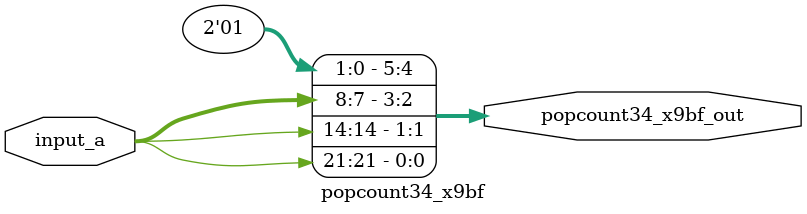
<source format=v>

module popcount34_x9bf(input [33:0] input_a, output [5:0] popcount34_x9bf_out);
  wire popcount34_x9bf_core_036;
  wire popcount34_x9bf_core_037;
  wire popcount34_x9bf_core_038;
  wire popcount34_x9bf_core_039;
  wire popcount34_x9bf_core_040;
  wire popcount34_x9bf_core_041;
  wire popcount34_x9bf_core_043;
  wire popcount34_x9bf_core_045;
  wire popcount34_x9bf_core_046;
  wire popcount34_x9bf_core_049;
  wire popcount34_x9bf_core_051;
  wire popcount34_x9bf_core_052;
  wire popcount34_x9bf_core_053;
  wire popcount34_x9bf_core_055;
  wire popcount34_x9bf_core_056;
  wire popcount34_x9bf_core_057;
  wire popcount34_x9bf_core_058;
  wire popcount34_x9bf_core_059;
  wire popcount34_x9bf_core_060;
  wire popcount34_x9bf_core_061;
  wire popcount34_x9bf_core_064;
  wire popcount34_x9bf_core_065;
  wire popcount34_x9bf_core_066;
  wire popcount34_x9bf_core_067;
  wire popcount34_x9bf_core_068;
  wire popcount34_x9bf_core_069;
  wire popcount34_x9bf_core_071;
  wire popcount34_x9bf_core_072;
  wire popcount34_x9bf_core_073;
  wire popcount34_x9bf_core_074;
  wire popcount34_x9bf_core_079;
  wire popcount34_x9bf_core_081;
  wire popcount34_x9bf_core_082;
  wire popcount34_x9bf_core_084;
  wire popcount34_x9bf_core_085;
  wire popcount34_x9bf_core_086;
  wire popcount34_x9bf_core_087;
  wire popcount34_x9bf_core_088;
  wire popcount34_x9bf_core_089;
  wire popcount34_x9bf_core_090;
  wire popcount34_x9bf_core_092;
  wire popcount34_x9bf_core_094;
  wire popcount34_x9bf_core_095;
  wire popcount34_x9bf_core_096;
  wire popcount34_x9bf_core_097;
  wire popcount34_x9bf_core_098;
  wire popcount34_x9bf_core_099;
  wire popcount34_x9bf_core_100;
  wire popcount34_x9bf_core_101;
  wire popcount34_x9bf_core_102;
  wire popcount34_x9bf_core_104;
  wire popcount34_x9bf_core_105;
  wire popcount34_x9bf_core_106;
  wire popcount34_x9bf_core_107;
  wire popcount34_x9bf_core_114;
  wire popcount34_x9bf_core_116;
  wire popcount34_x9bf_core_118;
  wire popcount34_x9bf_core_120;
  wire popcount34_x9bf_core_123;
  wire popcount34_x9bf_core_124;
  wire popcount34_x9bf_core_125;
  wire popcount34_x9bf_core_126;
  wire popcount34_x9bf_core_127;
  wire popcount34_x9bf_core_128;
  wire popcount34_x9bf_core_129;
  wire popcount34_x9bf_core_131;
  wire popcount34_x9bf_core_135;
  wire popcount34_x9bf_core_136;
  wire popcount34_x9bf_core_137;
  wire popcount34_x9bf_core_138;
  wire popcount34_x9bf_core_139;
  wire popcount34_x9bf_core_140;
  wire popcount34_x9bf_core_142;
  wire popcount34_x9bf_core_143;
  wire popcount34_x9bf_core_144;
  wire popcount34_x9bf_core_147;
  wire popcount34_x9bf_core_148;
  wire popcount34_x9bf_core_151;
  wire popcount34_x9bf_core_155;
  wire popcount34_x9bf_core_156;
  wire popcount34_x9bf_core_159;
  wire popcount34_x9bf_core_160;
  wire popcount34_x9bf_core_163;
  wire popcount34_x9bf_core_164;
  wire popcount34_x9bf_core_165;
  wire popcount34_x9bf_core_166;
  wire popcount34_x9bf_core_167;
  wire popcount34_x9bf_core_170;
  wire popcount34_x9bf_core_171;
  wire popcount34_x9bf_core_172;
  wire popcount34_x9bf_core_173;
  wire popcount34_x9bf_core_175;
  wire popcount34_x9bf_core_177;
  wire popcount34_x9bf_core_178;
  wire popcount34_x9bf_core_180;
  wire popcount34_x9bf_core_181;
  wire popcount34_x9bf_core_182;
  wire popcount34_x9bf_core_183;
  wire popcount34_x9bf_core_184;
  wire popcount34_x9bf_core_185;
  wire popcount34_x9bf_core_186;
  wire popcount34_x9bf_core_188;
  wire popcount34_x9bf_core_189;
  wire popcount34_x9bf_core_190;
  wire popcount34_x9bf_core_191;
  wire popcount34_x9bf_core_192;
  wire popcount34_x9bf_core_193;
  wire popcount34_x9bf_core_195;
  wire popcount34_x9bf_core_196;
  wire popcount34_x9bf_core_197;
  wire popcount34_x9bf_core_198;
  wire popcount34_x9bf_core_199;
  wire popcount34_x9bf_core_200;
  wire popcount34_x9bf_core_201;
  wire popcount34_x9bf_core_202;
  wire popcount34_x9bf_core_203;
  wire popcount34_x9bf_core_204;
  wire popcount34_x9bf_core_205;
  wire popcount34_x9bf_core_207;
  wire popcount34_x9bf_core_209;
  wire popcount34_x9bf_core_210;
  wire popcount34_x9bf_core_211;
  wire popcount34_x9bf_core_212;
  wire popcount34_x9bf_core_213;
  wire popcount34_x9bf_core_214;
  wire popcount34_x9bf_core_215;
  wire popcount34_x9bf_core_216_not;
  wire popcount34_x9bf_core_217;
  wire popcount34_x9bf_core_220;
  wire popcount34_x9bf_core_221;
  wire popcount34_x9bf_core_222;
  wire popcount34_x9bf_core_225;
  wire popcount34_x9bf_core_226;
  wire popcount34_x9bf_core_227;
  wire popcount34_x9bf_core_229;
  wire popcount34_x9bf_core_230;
  wire popcount34_x9bf_core_231;
  wire popcount34_x9bf_core_232;
  wire popcount34_x9bf_core_233;
  wire popcount34_x9bf_core_235;
  wire popcount34_x9bf_core_236;
  wire popcount34_x9bf_core_237;
  wire popcount34_x9bf_core_238;
  wire popcount34_x9bf_core_239;
  wire popcount34_x9bf_core_240;
  wire popcount34_x9bf_core_242;
  wire popcount34_x9bf_core_243;
  wire popcount34_x9bf_core_246;
  wire popcount34_x9bf_core_247;
  wire popcount34_x9bf_core_249;
  wire popcount34_x9bf_core_251;
  wire popcount34_x9bf_core_252;

  assign popcount34_x9bf_core_036 = ~(input_a[16] & input_a[20]);
  assign popcount34_x9bf_core_037 = ~(input_a[4] | input_a[27]);
  assign popcount34_x9bf_core_038 = ~(input_a[28] | input_a[18]);
  assign popcount34_x9bf_core_039 = input_a[30] ^ input_a[10];
  assign popcount34_x9bf_core_040 = ~input_a[7];
  assign popcount34_x9bf_core_041 = input_a[0] & input_a[6];
  assign popcount34_x9bf_core_043 = input_a[32] & input_a[20];
  assign popcount34_x9bf_core_045 = ~(input_a[31] | input_a[1]);
  assign popcount34_x9bf_core_046 = ~(input_a[18] & input_a[20]);
  assign popcount34_x9bf_core_049 = ~(input_a[25] ^ input_a[28]);
  assign popcount34_x9bf_core_051 = input_a[23] | input_a[6];
  assign popcount34_x9bf_core_052 = input_a[12] | input_a[22];
  assign popcount34_x9bf_core_053 = input_a[28] ^ input_a[5];
  assign popcount34_x9bf_core_055 = ~(input_a[23] ^ input_a[19]);
  assign popcount34_x9bf_core_056 = ~(input_a[22] & input_a[18]);
  assign popcount34_x9bf_core_057 = ~(input_a[25] & input_a[24]);
  assign popcount34_x9bf_core_058 = ~(input_a[18] | input_a[21]);
  assign popcount34_x9bf_core_059 = ~(input_a[17] | input_a[7]);
  assign popcount34_x9bf_core_060 = input_a[15] | input_a[26];
  assign popcount34_x9bf_core_061 = input_a[6] | input_a[4];
  assign popcount34_x9bf_core_064 = input_a[28] ^ input_a[20];
  assign popcount34_x9bf_core_065 = input_a[8] & input_a[33];
  assign popcount34_x9bf_core_066 = input_a[0] & input_a[20];
  assign popcount34_x9bf_core_067 = ~input_a[30];
  assign popcount34_x9bf_core_068 = input_a[32] & input_a[17];
  assign popcount34_x9bf_core_069 = ~(input_a[14] ^ input_a[19]);
  assign popcount34_x9bf_core_071 = input_a[9] & input_a[33];
  assign popcount34_x9bf_core_072 = ~(input_a[11] | input_a[10]);
  assign popcount34_x9bf_core_073 = ~(input_a[32] ^ input_a[8]);
  assign popcount34_x9bf_core_074 = input_a[10] | input_a[14];
  assign popcount34_x9bf_core_079 = ~(input_a[6] ^ input_a[11]);
  assign popcount34_x9bf_core_081 = input_a[20] & input_a[21];
  assign popcount34_x9bf_core_082 = ~(input_a[11] & input_a[23]);
  assign popcount34_x9bf_core_084 = ~(input_a[28] | input_a[12]);
  assign popcount34_x9bf_core_085 = ~input_a[28];
  assign popcount34_x9bf_core_086 = ~(input_a[3] & input_a[25]);
  assign popcount34_x9bf_core_087 = input_a[6] & input_a[16];
  assign popcount34_x9bf_core_088 = ~input_a[23];
  assign popcount34_x9bf_core_089 = ~(input_a[33] | input_a[28]);
  assign popcount34_x9bf_core_090 = ~(input_a[14] ^ input_a[26]);
  assign popcount34_x9bf_core_092 = ~(input_a[21] | input_a[16]);
  assign popcount34_x9bf_core_094 = ~(input_a[29] ^ input_a[7]);
  assign popcount34_x9bf_core_095 = ~(input_a[31] ^ input_a[6]);
  assign popcount34_x9bf_core_096 = input_a[0] ^ input_a[3];
  assign popcount34_x9bf_core_097 = input_a[17] | input_a[13];
  assign popcount34_x9bf_core_098 = ~(input_a[32] ^ input_a[14]);
  assign popcount34_x9bf_core_099 = ~(input_a[29] & input_a[7]);
  assign popcount34_x9bf_core_100 = input_a[7] & input_a[25];
  assign popcount34_x9bf_core_101 = input_a[6] ^ input_a[23];
  assign popcount34_x9bf_core_102 = ~input_a[30];
  assign popcount34_x9bf_core_104 = ~(input_a[3] ^ input_a[27]);
  assign popcount34_x9bf_core_105 = input_a[7] | input_a[17];
  assign popcount34_x9bf_core_106 = ~input_a[23];
  assign popcount34_x9bf_core_107 = ~(input_a[26] | input_a[6]);
  assign popcount34_x9bf_core_114 = input_a[5] & input_a[26];
  assign popcount34_x9bf_core_116 = input_a[4] | input_a[33];
  assign popcount34_x9bf_core_118 = ~(input_a[9] | input_a[24]);
  assign popcount34_x9bf_core_120 = ~(input_a[33] ^ input_a[24]);
  assign popcount34_x9bf_core_123 = input_a[12] & input_a[5];
  assign popcount34_x9bf_core_124 = ~(input_a[23] | input_a[13]);
  assign popcount34_x9bf_core_125 = input_a[25] ^ input_a[13];
  assign popcount34_x9bf_core_126 = input_a[13] & input_a[22];
  assign popcount34_x9bf_core_127 = ~(input_a[3] & input_a[12]);
  assign popcount34_x9bf_core_128 = ~(input_a[31] & input_a[31]);
  assign popcount34_x9bf_core_129 = ~(input_a[10] | input_a[30]);
  assign popcount34_x9bf_core_131 = ~(input_a[24] & input_a[3]);
  assign popcount34_x9bf_core_135 = ~(input_a[20] & input_a[30]);
  assign popcount34_x9bf_core_136 = ~(input_a[5] ^ input_a[26]);
  assign popcount34_x9bf_core_137 = input_a[26] ^ input_a[7];
  assign popcount34_x9bf_core_138 = ~input_a[13];
  assign popcount34_x9bf_core_139 = input_a[11] & input_a[22];
  assign popcount34_x9bf_core_140 = input_a[22] | input_a[11];
  assign popcount34_x9bf_core_142 = input_a[7] | input_a[24];
  assign popcount34_x9bf_core_143 = input_a[2] ^ input_a[21];
  assign popcount34_x9bf_core_144 = ~(input_a[2] | input_a[2]);
  assign popcount34_x9bf_core_147 = input_a[29] ^ input_a[33];
  assign popcount34_x9bf_core_148 = ~(input_a[19] ^ input_a[0]);
  assign popcount34_x9bf_core_151 = ~input_a[11];
  assign popcount34_x9bf_core_155 = ~(input_a[29] & input_a[20]);
  assign popcount34_x9bf_core_156 = input_a[1] | input_a[14];
  assign popcount34_x9bf_core_159 = ~(input_a[24] | input_a[33]);
  assign popcount34_x9bf_core_160 = ~input_a[15];
  assign popcount34_x9bf_core_163 = ~(input_a[12] | input_a[27]);
  assign popcount34_x9bf_core_164 = input_a[29] & input_a[30];
  assign popcount34_x9bf_core_165 = input_a[5] & input_a[33];
  assign popcount34_x9bf_core_166 = ~input_a[5];
  assign popcount34_x9bf_core_167 = input_a[0] & input_a[9];
  assign popcount34_x9bf_core_170 = ~input_a[32];
  assign popcount34_x9bf_core_171 = ~input_a[3];
  assign popcount34_x9bf_core_172 = ~input_a[17];
  assign popcount34_x9bf_core_173 = ~(input_a[28] | input_a[16]);
  assign popcount34_x9bf_core_175 = ~(input_a[9] | input_a[24]);
  assign popcount34_x9bf_core_177 = input_a[29] | input_a[18];
  assign popcount34_x9bf_core_178 = ~(input_a[25] & input_a[20]);
  assign popcount34_x9bf_core_180 = ~(input_a[17] & input_a[32]);
  assign popcount34_x9bf_core_181 = ~(input_a[28] & input_a[28]);
  assign popcount34_x9bf_core_182 = input_a[27] ^ input_a[3];
  assign popcount34_x9bf_core_183 = ~(input_a[13] & input_a[16]);
  assign popcount34_x9bf_core_184 = input_a[2] & input_a[28];
  assign popcount34_x9bf_core_185 = ~(input_a[19] & input_a[26]);
  assign popcount34_x9bf_core_186 = ~(input_a[18] & input_a[25]);
  assign popcount34_x9bf_core_188 = ~(input_a[33] ^ input_a[11]);
  assign popcount34_x9bf_core_189 = ~input_a[18];
  assign popcount34_x9bf_core_190 = input_a[32] & input_a[7];
  assign popcount34_x9bf_core_191 = input_a[23] ^ input_a[1];
  assign popcount34_x9bf_core_192 = input_a[19] | input_a[0];
  assign popcount34_x9bf_core_193 = input_a[8] ^ input_a[14];
  assign popcount34_x9bf_core_195 = ~(input_a[10] | input_a[29]);
  assign popcount34_x9bf_core_196 = ~input_a[10];
  assign popcount34_x9bf_core_197 = ~(input_a[16] & input_a[5]);
  assign popcount34_x9bf_core_198 = input_a[21] & input_a[12];
  assign popcount34_x9bf_core_199 = ~input_a[17];
  assign popcount34_x9bf_core_200 = input_a[9] & input_a[33];
  assign popcount34_x9bf_core_201 = ~(input_a[20] & input_a[15]);
  assign popcount34_x9bf_core_202 = input_a[22] ^ input_a[5];
  assign popcount34_x9bf_core_203 = input_a[31] ^ input_a[14];
  assign popcount34_x9bf_core_204 = input_a[33] & input_a[10];
  assign popcount34_x9bf_core_205 = input_a[22] | input_a[27];
  assign popcount34_x9bf_core_207 = ~(input_a[8] | input_a[28]);
  assign popcount34_x9bf_core_209 = ~(input_a[1] | input_a[6]);
  assign popcount34_x9bf_core_210 = input_a[10] | input_a[9];
  assign popcount34_x9bf_core_211 = input_a[16] | input_a[25];
  assign popcount34_x9bf_core_212 = input_a[17] | input_a[22];
  assign popcount34_x9bf_core_213 = input_a[24] & input_a[2];
  assign popcount34_x9bf_core_214 = ~input_a[30];
  assign popcount34_x9bf_core_215 = ~(input_a[3] & input_a[7]);
  assign popcount34_x9bf_core_216_not = ~input_a[33];
  assign popcount34_x9bf_core_217 = ~(input_a[14] ^ input_a[33]);
  assign popcount34_x9bf_core_220 = input_a[18] & input_a[7];
  assign popcount34_x9bf_core_221 = ~(input_a[32] | input_a[15]);
  assign popcount34_x9bf_core_222 = ~(input_a[8] | input_a[1]);
  assign popcount34_x9bf_core_225 = input_a[4] ^ input_a[9];
  assign popcount34_x9bf_core_226 = ~(input_a[22] | input_a[23]);
  assign popcount34_x9bf_core_227 = input_a[3] | input_a[2];
  assign popcount34_x9bf_core_229 = ~(input_a[6] | input_a[13]);
  assign popcount34_x9bf_core_230 = ~(input_a[12] | input_a[26]);
  assign popcount34_x9bf_core_231 = ~(input_a[20] & input_a[2]);
  assign popcount34_x9bf_core_232 = ~(input_a[19] | input_a[14]);
  assign popcount34_x9bf_core_233 = ~(input_a[15] & input_a[17]);
  assign popcount34_x9bf_core_235 = input_a[3] ^ input_a[23];
  assign popcount34_x9bf_core_236 = input_a[31] | input_a[3];
  assign popcount34_x9bf_core_237 = ~input_a[20];
  assign popcount34_x9bf_core_238 = ~(input_a[32] ^ input_a[4]);
  assign popcount34_x9bf_core_239 = input_a[32] & input_a[28];
  assign popcount34_x9bf_core_240 = ~(input_a[30] & input_a[31]);
  assign popcount34_x9bf_core_242 = input_a[13] & input_a[27];
  assign popcount34_x9bf_core_243 = input_a[31] ^ input_a[3];
  assign popcount34_x9bf_core_246 = ~(input_a[10] | input_a[17]);
  assign popcount34_x9bf_core_247 = input_a[23] | input_a[29];
  assign popcount34_x9bf_core_249 = ~(input_a[21] & input_a[33]);
  assign popcount34_x9bf_core_251 = input_a[16] | input_a[3];
  assign popcount34_x9bf_core_252 = ~(input_a[15] | input_a[10]);

  assign popcount34_x9bf_out[0] = input_a[21];
  assign popcount34_x9bf_out[1] = input_a[14];
  assign popcount34_x9bf_out[2] = input_a[7];
  assign popcount34_x9bf_out[3] = input_a[8];
  assign popcount34_x9bf_out[4] = 1'b1;
  assign popcount34_x9bf_out[5] = 1'b0;
endmodule
</source>
